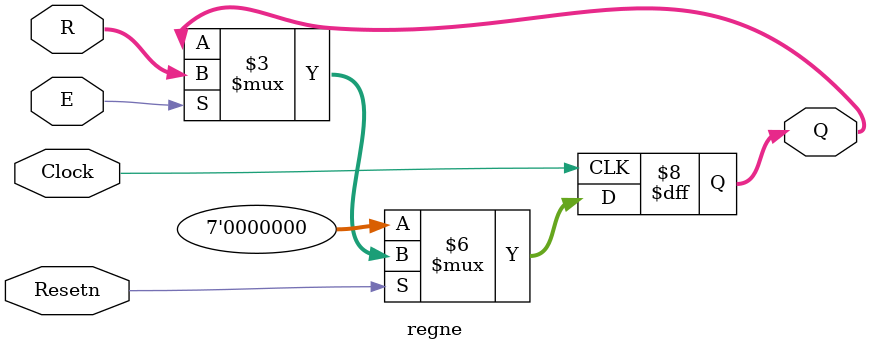
<source format=v>
module seg7_scroll (Data, Addr, Sel, Resetn, Clock, H5, H4, H3, H2, H1, H0);
	input [6:0] Data;
	input [2:0] Addr;
	input Sel, Resetn, Clock;
	output [6:0] H5, H4, H3, H2, H1, H0;

	wire [6:0] nData;
	wire [6:0] R0, R1, R2, R3, R4, R5;

	assign nData = ~Data;
	regne reg_R0 (nData, Clock, Resetn, Sel & (Addr == 3'b000), R0);
	regne reg_R1 (nData, Clock, Resetn, Sel & (Addr == 3'b001), R1);
	regne reg_R2 (nData, Clock, Resetn, Sel & (Addr == 3'b010), R2);
	regne reg_R3 (nData, Clock, Resetn, Sel & (Addr == 3'b011), R3);
	regne reg_R4 (nData, Clock, Resetn, Sel & (Addr == 3'b100), R4);
	regne reg_R5 (nData, Clock, Resetn, Sel & (Addr == 3'b101), R5);
	
	assign H5 = R5;
	assign H4 = R4;
	assign H3 = R3;
	assign H2 = R2;
	assign H1 = R1;
	assign H0 = R0;
	
endmodule

module regne (R, Clock, Resetn, E, Q);
	parameter n = 7;
	input [n-1:0] R;
	input Clock, Resetn, E;
	output [n-1:0] Q;
	reg [n-1:0] Q;	
	
	always @(posedge Clock)
		if (Resetn == 0)
			Q <= {n{1'b0}};
		else if (E)
			Q <= R;
endmodule

</source>
